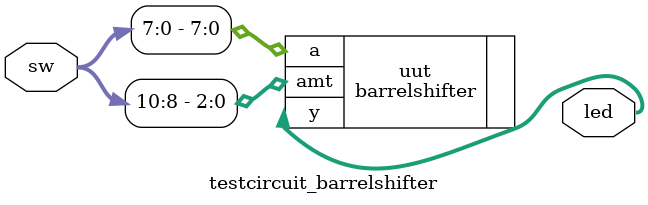
<source format=sv>

module testcircuit_barrelshifter (
  input logic [10:0] sw,
  output logic [7:0] led
);
  barrelshifter #(3) uut (
    .a  (sw[7:0]),
    .amt(sw[10:8]),
    .y  (led)
  );
endmodule

</source>
